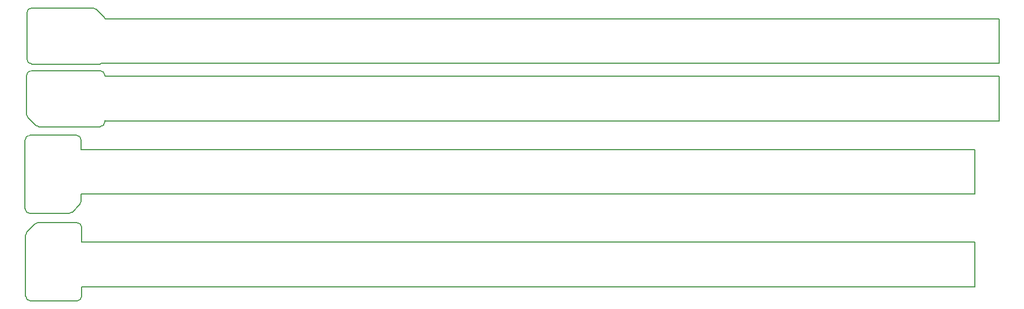
<source format=gbr>
From dfc1c4fc729b16b28407bf316b5799ea777d71db Mon Sep 17 00:00:00 2001
From: =?UTF-8?q?K=C3=A9vin=20Redon?= <osmocom@tsaitgaist.info>
Date: Sun, 20 Nov 2022 20:34:36 +0100
Subject: expert 4FF-FFC gerbers

---
 hardware/nano-UICC/gerber/4FF-FFC.fpc.gbr | 150 ++++++++++++++++++++++++++++++
 1 file changed, 150 insertions(+)
 create mode 100644 hardware/nano-UICC/gerber/4FF-FFC.fpc.gbr

(limited to 'hardware/nano-UICC/gerber/4FF-FFC.fpc.gbr')

diff --git a/hardware/nano-UICC/gerber/4FF-FFC.fpc.gbr b/hardware/nano-UICC/gerber/4FF-FFC.fpc.gbr
new file mode 100644
index 0000000..e54a71f
--- /dev/null
+++ b/hardware/nano-UICC/gerber/4FF-FFC.fpc.gbr
@@ -0,0 +1,150 @@
+G04 This is an RS-274x file exported by *
+G04 gerbv version  *
+G04 More information is available about gerbv at *
+G04 https://gerbv.github.io/ *
+G04 --End of header info--*
+%MOIN*%
+%FSLAX36Y36*%
+%IPPOS*%
+G04 --Define apertures--*
+%ADD10C,0.0079*%
+%ADD11C,0.0079*%
+%ADD12C,0.0354*%
+%ADD13C,0.0197*%
+G04 --Start main section--*
+G54D10*
+G01X0480280Y2290940D02*
+G01X0105510Y2290940D01*
+G54D11*
+G01X6070870Y2224410D02*
+G01X0559840Y2224410D01*
+G01X0559840Y2224410D02*
+G01X0549060Y2235200D01*
+G01X6070870Y1948820D02*
+G01X0531100Y1948820D01*
+G01X6070870Y1870080D02*
+G01X0558270Y1870080D01*
+G01X6070870Y1594490D02*
+G01X0557600Y1594490D01*
+G01X5921260Y1417320D02*
+G01X0409450Y1417320D01*
+G01X6070870Y1948820D02*
+G01X6070870Y2224410D01*
+G01X6070870Y1870080D02*
+G01X6070870Y1594490D01*
+G01X5921260Y0846460D02*
+G01X5921260Y0570870D01*
+G01X5921260Y1417320D02*
+G01X5921260Y1141730D01*
+G01X5921260Y0570870D02*
+G01X0413390Y0570870D01*
+G01X5921260Y0846460D02*
+G01X0413390Y0846460D01*
+G01X5921260Y1141730D02*
+G01X0409450Y1141730D01*
+G54D10*
+G01X0353700Y1030870D02*
+G01X0400240Y1077400D01*
+G01X0409450Y1098430D02*
+G01X0409450Y1141730D01*
+G01X0103150Y1903940D02*
+G01X0524410Y1903940D01*
+G01X0105510Y1944490D02*
+G01X0526770Y1944490D01*
+G01X0549060Y2235200D02*
+G01X0502520Y2281730D01*
+G54D11*
+G01X0531100Y1948820D02*
+G01X0526770Y1944490D01*
+G54D10*
+G01X0149650Y1557480D02*
+G01X0524410Y1557480D01*
+G01X0071650Y1872440D02*
+G01X0071650Y1635470D01*
+G01X0080870Y1613230D02*
+G01X0127400Y1566690D01*
+G01X0556270Y1595820D02*
+G01X0555910Y1588980D01*
+G01X0094490Y1505910D02*
+G01X0377950Y1505910D01*
+G01X0074020Y2259450D02*
+G01X0074020Y1975980D01*
+G01X0413390Y0846460D02*
+G01X0413390Y0935040D01*
+G01X0144920Y0966540D02*
+G01X0381890Y0966540D01*
+G01X0122680Y0957320D02*
+G01X0076140Y0910790D01*
+G01X0094490Y1021650D02*
+G01X0331460Y1021650D01*
+G01X0066930Y0513780D02*
+G01X0066930Y0888540D01*
+G01X0062990Y1053150D02*
+G01X0062990Y1474410D01*
+G01X0098430Y0482280D02*
+G01X0381890Y0482280D01*
+G01X0413390Y0513780D02*
+G01X0413390Y0570870D01*
+G54D11*
+G01X0558270Y1870080D02*
+G01X0555910Y1872440D01*
+G01X0557600Y1594490D02*
+G01X0556270Y1595820D01*
+G54D10*
+G01X0409450Y1417320D02*
+G01X0409450Y1474410D01*
+G01X0103150Y1903940D02*
+G75*
+G03X0071650Y1872440I0000000J-031500D01*
+G01X0502550Y2281720D02*
+G75*
+G03X0480280Y2290940I-022270J-022270D01*
+G01X0105510Y2290940D02*
+G75*
+G03X0074020Y2259450I0000000J-031500D01*
+G01X0074020Y1975980D02*
+G75*
+G03X0105510Y1944490I0031500J0000000D01*
+G01X0524410Y1557480D02*
+G75*
+G03X0555910Y1588980I0000000J0031500D01*
+G01X0127370Y1566710D02*
+G75*
+G03X0149650Y1557480I0022270J0022270D01*
+G01X0555910Y1872440D02*
+G75*
+G03X0524410Y1903940I-031500J0000000D01*
+G01X0071650Y1635470D02*
+G75*
+G03X0080880Y1613200I0031500J0000000D01*
+G01X0413390Y0935040D02*
+G75*
+G03X0381890Y0966540I-031500J0000000D01*
+G01X0331460Y1021650D02*
+G75*
+G03X0353730Y1030880I0000000J0031500D01*
+G01X0400220Y1077370D02*
+G75*
+G03X0409450Y1099650I-022270J0022270D01*
+G01X0409450Y1474410D02*
+G75*
+G03X0377950Y1505910I-031500J0000000D01*
+G01X0144920Y0966540D02*
+G75*
+G03X0122650Y0957310I0000000J-031500D01*
+G01X0076150Y0910810D02*
+G75*
+G03X0066930Y0888540I0022270J-022270D01*
+G01X0062990Y1053150D02*
+G75*
+G03X0094490Y1021650I0031500J0000000D01*
+G01X0094490Y1505910D02*
+G75*
+G03X0062990Y1474410I0000000J-031500D01*
+G01X0066930Y0513780D02*
+G75*
+G03X0098430Y0482280I0031500J0000000D01*
+G01X0381890Y0482280D02*
+G75*
+G03X0413390Y0513780I0000000J0031500D01*
+M02*
-- 
cgit v1.2.3


</source>
